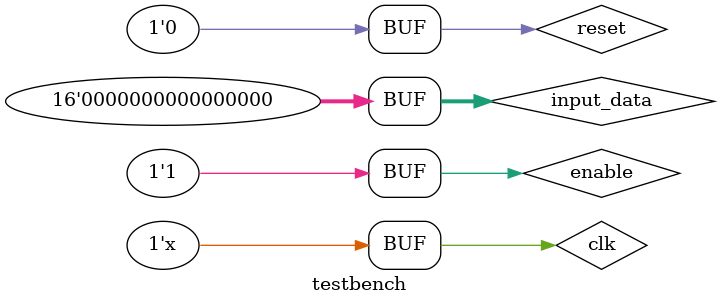
<source format=v>

`timescale 1ns/100ps

module testbench;

// Parameters
parameter integer N = 16;
parameter integer CLK_PERIOD = 50;

// Signals
reg clk, reset, enable;
reg [N-1:0] input_data;
wire [N-1:0] filtered_output, delay_line_0;


// Instantiate DUT (Device Under Test)
lpf dut(
    .clk(clk),
    .reset(reset),
    .enable(enable),
    .input_data(input_data),
    .filtered_output(filtered_output),
	 .delay_line_0 (delay_line_0)
);

// Clock generation
initial
begin
    clk <= 1'b1;
    reset <= 1'b0;
    input_data <= 0;
    enable <= 1;
end


initial
begin
	#(CLK_PERIOD * 10)
		reset = 1;
	#(CLK_PERIOD * 5)
		reset = 0;
	#(CLK_PERIOD * 10)
		input_data = 16'hFFFF;
	#(CLK_PERIOD * 10)
		input_data = 16'b0;


end

always @(clk)
    #(CLK_PERIOD/2) clk <= !clk;



endmodule
</source>
